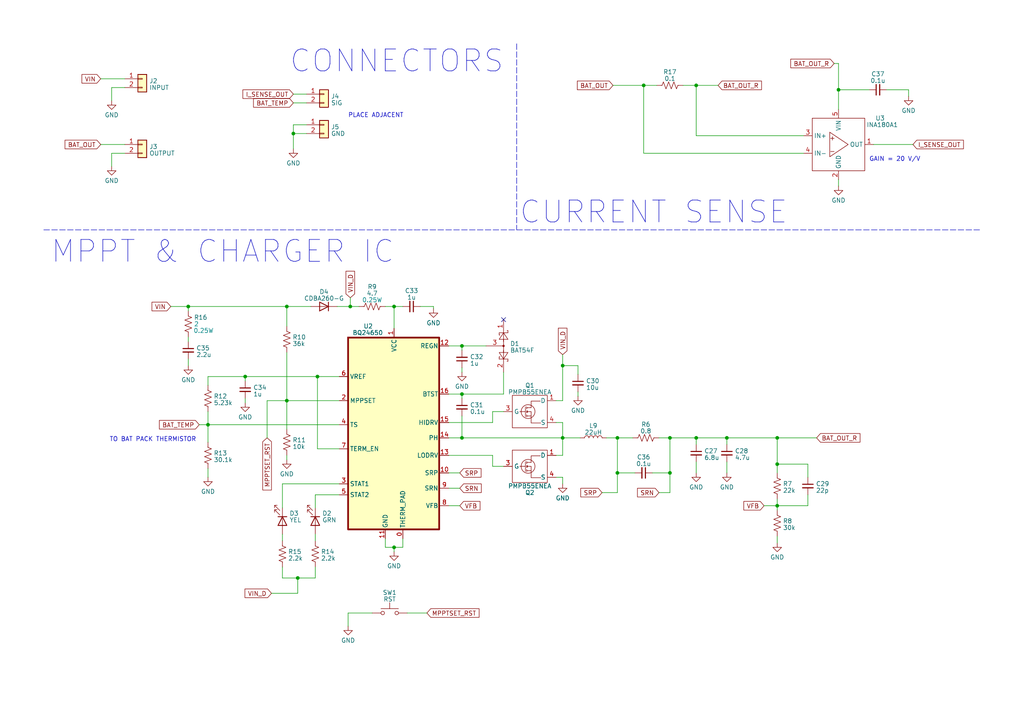
<source format=kicad_sch>
(kicad_sch (version 20230121) (generator eeschema)
  (paper "A4")
  (title_block (title "BQ24650 Development Board") (date "12/3/2023") (rev "v1.0") (company "SOUTH CASCADE CONTRACTING LLC"))
  (lib_symbols
    (symbol "BQ2450:BQ2450"
      (property "Reference" "U2" (at 6.096 33.274 0))
      (property "Value" "BQ24650" (at 3.048 31.242 0))
      (symbol "BQ2450_1_1"
        (rectangle (start -13.335 29.718) (end 13.081 -25.908) (stroke (width 0.508)) (fill (type color) (color 255 255 194 1)))
        (pin power_in line (at 2.54 -28.575 90) (length 2.54) (name "THERM_PAD") (number "0"))
        (pin power_in line (at 0 32.385 270) (length 2.54) (name "VCC") (number "1"))
        (pin input line (at 15.875 -9.525 180) (length 2.54) (name "SRP") (number "10"))
        (pin power_in line (at -2.54 -28.575 90) (length 2.54) (name "GND") (number "11"))
        (pin power_in line (at 15.875 27.305 180) (length 2.54) (name "REGN") (number "12"))
        (pin output line (at 15.875 -4.445 180) (length 2.54) (name "LODRV") (number "13"))
        (pin power_out line (at 15.875 0.635 180) (length 2.54) (name "PH") (number "14"))
        (pin output line (at 15.875 5.08 180) (length 2.54) (name "HIDRV") (number "15"))
        (pin power_in line (at 15.875 13.335 180) (length 2.54) (name "BTST") (number "16"))
        (pin input line (at -15.875 11.43 0) (length 2.54) (name "MPPSET") (number "2"))
        (pin output line (at -15.875 -12.7 0) (length 2.54) (name "STAT1") (number "3"))
        (pin input line (at -15.875 4.445 0) (length 2.54) (name "TS") (number "4"))
        (pin output line (at -15.875 -15.875 0) (length 2.54) (name "STAT2") (number "5"))
        (pin power_in line (at -15.875 18.415 0) (length 2.54) (name "VREF") (number "6"))
        (pin input line (at -15.875 -2.54 0) (length 2.54) (name "TERM_EN") (number "7"))
        (pin input line (at 15.875 -19.05 180) (length 2.54) (name "VFB") (number "8"))
        (pin input line (at 15.875 -13.97 180) (length 2.54) (name "SRN") (number "9"))
      )
    )
    (symbol "BQ2450:PMPB55ENEA"
      (property "Reference" "Q2" (at 0 7.5819 0))
      (property "Value" "PMN280ENEA" (at 0 5.6609 0))
      (symbol "PMPB55ENEA_0_1"
        (polyline (pts (xy -0.889 -1.27) (xy 0.381 -1.27)))
        (polyline (pts (xy -0.889 -0.889) (xy -0.889 -1.524)))
        (polyline (pts (xy -0.889 0) (xy -0.635 -0.254)))
        (polyline (pts (xy -0.889 0) (xy -0.635 0.254)))
        (polyline (pts (xy -0.889 0.254) (xy -0.889 -0.381)))
        (polyline (pts (xy -0.889 1.143) (xy 0.381 1.143)))
        (polyline (pts (xy -0.889 1.397) (xy -0.889 0.762)))
        (polyline (pts (xy 0.381 1.143) (xy 0.381 3.048) (xy 3.048 3.048)))
        (polyline (pts (xy -2.921 0) (xy -1.27 0) (xy -1.27 1.397) (xy -1.27 -1.524)))
        (polyline (pts (xy -0.889 0) (xy 0.381 0) (xy 0.381 -3.302) (xy 3.175 -3.302)))
      )
      (symbol "PMPB55ENEA_1_1"
        (rectangle (start -5.08 4.699) (end 5.08 -4.699))
        (circle (center -0.508 0) (radius 2.008))
        (pin input line (at 7.62 3.175 180) (length 2.54) (name "D") (number "1"))
        (pin input line (at 7.62 3.175 180) (length 2.54) hide (name "D") (number "2"))
        (pin input line (at -7.62 0 0) (length 2.54) (name "G") (number "3"))
        (pin input line (at 7.62 -3.175 180) (length 2.54) (name "S") (number "4"))
        (pin input line (at 7.62 3.175 180) (length 2.54) hide (name "D") (number "5"))
        (pin input line (at 7.62 3.175 180) (length 2.54) hide (name "D") (number "6"))
        (pin input line (at 7.62 3.175 180) (length 2.54) hide (name "D") (number "7"))
        (pin input line (at 7.62 -3.175 180) (length 2.54) hide (name "S") (number "8"))
      )
    )
    (symbol "Connector_Generic:Conn_01x02" (pin_names (offset 1.016) hide)
      (property "Reference" "J" (at 0 2.54 0))
      (property "Value" "Conn_01x02" (at 0 -5.08 0))
      (symbol "Conn_01x02_1_1"
        (rectangle (start -1.27 -2.413) (end 0 -2.667) (stroke (width 0.1524)))
        (rectangle (start -1.27 0.127) (end 0 -0.127) (stroke (width 0.1524)))
        (rectangle (start -1.27 1.27) (end 1.27 -3.81) (stroke (width 0.254)) (fill (type background)))
        (pin passive line (at -5.08 0 0) (length 3.81) (name "Pin_1") (number "1"))
        (pin passive line (at -5.08 -2.54 0) (length 3.81) (name "Pin_2") (number "2"))
      )
    )
    (symbol "Device:C_Small" (pin_numbers hide) (pin_names (offset 0.254) hide)
      (property "Reference" "C" (at 0.254 1.778 0))
      (property "Value" "C_Small" (at 0.254 -2.032 0))
      (symbol "C_Small_0_1"
        (polyline (pts (xy -1.524 -0.508) (xy 1.524 -0.508)) (stroke (width 0.3302)))
        (polyline (pts (xy -1.524 0.508) (xy 1.524 0.508)) (stroke (width 0.3048)))
      )
      (symbol "C_Small_1_1"
        (pin passive line (at 0 2.54 270) (length 2.032) (name "~") (number "1"))
        (pin passive line (at 0 -2.54 90) (length 2.032) (name "~") (number "2"))
      )
    )
    (symbol "Device:D" (pin_numbers hide) (pin_names (offset 1.016) hide)
      (property "Reference" "D" (at 0 2.54 0))
      (property "Value" "D" (at 0 -2.54 0))
      (symbol "D_0_1"
        (polyline (pts (xy -1.27 1.27) (xy -1.27 -1.27)) (stroke (width 0.254)))
        (polyline (pts (xy 1.27 0) (xy -1.27 0)))
        (polyline (pts (xy 1.27 1.27) (xy 1.27 -1.27) (xy -1.27 0) (xy 1.27 1.27)) (stroke (width 0.254)))
      )
      (symbol "D_1_1"
        (pin passive line (at -3.81 0 0) (length 2.54) (name "K") (number "1"))
        (pin passive line (at 3.81 0 180) (length 2.54) (name "A") (number "2"))
      )
    )
    (symbol "Device:L" (pin_numbers hide) (pin_names (offset 1.016) hide)
      (property "Reference" "L" (at -1.27 0 90))
      (property "Value" "L" (at 1.905 0 90))
      (symbol "L_0_1"
        (arc (start 0 -2.54) (mid 0.6323 -1.905) (end 0 -1.27))
        (arc (start 0 -1.27) (mid 0.6323 -0.635) (end 0 0))
        (arc (start 0 0) (mid 0.6323 0.635) (end 0 1.27))
        (arc (start 0 1.27) (mid 0.6323 1.905) (end 0 2.54))
      )
      (symbol "L_1_1"
        (pin passive line (at 0 3.81 270) (length 1.27) (name "1") (number "1"))
        (pin passive line (at 0 -3.81 90) (length 1.27) (name "2") (number "2"))
      )
    )
    (symbol "Device:LED" (pin_numbers hide) (pin_names (offset 1.016) hide)
      (property "Reference" "D" (at 0 2.54 0))
      (property "Value" "LED" (at 0 -2.54 0))
      (symbol "LED_0_1"
        (polyline (pts (xy -1.27 -1.27) (xy -1.27 1.27)) (stroke (width 0.254)))
        (polyline (pts (xy -1.27 0) (xy 1.27 0)))
        (polyline (pts (xy 1.27 -1.27) (xy 1.27 1.27) (xy -1.27 0) (xy 1.27 -1.27)) (stroke (width 0.254)))
        (polyline (pts (xy -3.048 -0.762) (xy -4.572 -2.286) (xy -3.81 -2.286) (xy -4.572 -2.286) (xy -4.572 -1.524)))
        (polyline (pts (xy -1.778 -0.762) (xy -3.302 -2.286) (xy -2.54 -2.286) (xy -3.302 -2.286) (xy -3.302 -1.524)))
      )
      (symbol "LED_1_1"
        (pin passive line (at -3.81 0 0) (length 2.54) (name "K") (number "1"))
        (pin passive line (at 3.81 0 180) (length 2.54) (name "A") (number "2"))
      )
    )
    (symbol "Device:R_US" (pin_numbers hide) (pin_names (offset 0))
      (property "Reference" "R" (at 2.54 0 90))
      (property "Value" "R_US" (at -2.54 0 90))
      (symbol "R_US_0_1"
        (polyline (pts (xy 0 -2.286) (xy 0 -2.54)))
        (polyline (pts (xy 0 2.286) (xy 0 2.54)))
        (polyline (pts (xy 0 -0.762) (xy 1.016 -1.143) (xy 0 -1.524) (xy -1.016 -1.905) (xy 0 -2.286)))
        (polyline (pts (xy 0 0.762) (xy 1.016 0.381) (xy 0 0) (xy -1.016 -0.381) (xy 0 -0.762)))
        (polyline (pts (xy 0 2.286) (xy 1.016 1.905) (xy 0 1.524) (xy -1.016 1.143) (xy 0 0.762)))
      )
      (symbol "R_US_1_1"
        (pin passive line (at 0 3.81 270) (length 1.27) (name "~") (number "1"))
        (pin passive line (at 0 -3.81 90) (length 1.27) (name "~") (number "2"))
      )
    )
    (symbol "Diode:BAT54A" (pin_names (offset 1.016))
      (property "Reference" "D" (at 0.635 -3.81 0))
      (property "Value" "BAT54A" (at -6.35 3.175 0))
      (symbol "BAT54A_0_1"
        (polyline (pts (xy -4.445 1.27) (xy -4.445 1.016)))
        (polyline (pts (xy -3.81 -1.27) (xy -3.81 1.27)))
        (polyline (pts (xy -3.81 -1.27) (xy -3.175 -1.27)))
        (polyline (pts (xy -3.81 0) (xy -1.27 0)))
        (polyline (pts (xy -3.81 1.27) (xy -4.445 1.27)))
        (polyline (pts (xy -3.175 -1.27) (xy -3.175 -1.016)))
        (polyline (pts (xy -1.905 0) (xy 1.905 0)))
        (polyline (pts (xy 1.27 0) (xy 3.81 0)))
        (polyline (pts (xy 3.175 -1.27) (xy 3.175 -1.016)))
        (polyline (pts (xy 3.81 -1.27) (xy 3.175 -1.27)))
        (polyline (pts (xy 3.81 -1.27) (xy 3.81 1.27)))
        (polyline (pts (xy 3.81 1.27) (xy 4.445 1.27)))
        (polyline (pts (xy 4.445 1.27) (xy 4.445 1.016)))
        (polyline (pts (xy -1.905 1.27) (xy -1.905 -1.27) (xy -3.81 0) (xy -1.905 1.27)))
        (polyline (pts (xy 1.905 1.27) (xy 1.905 -1.27) (xy 3.81 0) (xy 1.905 1.27)))
        (circle (center 0 0) (radius 0.254) (fill (type outline)))
      )
      (symbol "BAT54A_1_1"
        (pin passive line (at -7.62 0 0) (length 3.81) (name "~") (number "1"))
        (pin passive line (at 7.62 0 180) (length 3.81) (name "~") (number "2"))
        (pin passive line (at 0 -5.08 90) (length 5.08) (name "~") (number "3"))
      )
    )
    (symbol "PMPB55ENEA_1"
      (property "Reference" "Q1" (at 0 7.5819 0))
      (property "Value" "PMN280ENEA" (at 0 5.6609 0))
      (symbol "PMPB55ENEA_1_0_1"
        (polyline (pts (xy -0.889 -1.27) (xy 0.381 -1.27)))
        (polyline (pts (xy -0.889 -0.889) (xy -0.889 -1.524)))
        (polyline (pts (xy -0.889 0) (xy -0.635 -0.254)))
        (polyline (pts (xy -0.889 0) (xy -0.635 0.254)))
        (polyline (pts (xy -0.889 0.254) (xy -0.889 -0.381)))
        (polyline (pts (xy -0.889 1.143) (xy 0.381 1.143)))
        (polyline (pts (xy -0.889 1.397) (xy -0.889 0.762)))
        (polyline (pts (xy 0.381 1.143) (xy 0.381 3.048) (xy 3.048 3.048)))
        (polyline (pts (xy -2.921 0) (xy -1.27 0) (xy -1.27 1.397) (xy -1.27 -1.524)))
        (polyline (pts (xy -0.889 0) (xy 0.381 0) (xy 0.381 -3.302) (xy 3.175 -3.302)))
      )
      (symbol "PMPB55ENEA_1_1_1"
        (rectangle (start -5.08 4.699) (end 5.08 -4.699))
        (circle (center -0.508 0) (radius 2.008))
        (pin input line (at 7.62 3.175 180) (length 2.54) (name "D") (number "1"))
        (pin input line (at 7.62 3.175 180) (length 2.54) hide (name "D") (number "2"))
        (pin input line (at -7.62 0 0) (length 2.54) (name "G") (number "3"))
        (pin input line (at 7.62 -3.175 180) (length 2.54) (name "S") (number "4"))
        (pin input line (at 7.62 3.175 180) (length 2.54) hide (name "D") (number "5"))
        (pin input line (at 7.62 3.175 180) (length 2.54) hide (name "D") (number "6"))
        (pin input line (at 7.62 3.175 180) (length 2.54) hide (name "D") (number "7"))
        (pin input line (at 7.62 -3.175 180) (length 2.54) hide (name "S") (number "8"))
      )
    )
    (symbol "Switch:SW_Push" (pin_numbers hide) (pin_names (offset 1.016) hide)
      (property "Reference" "SW" (at 1.27 2.54 0))
      (property "Value" "SW_Push" (at 0 -1.524 0))
      (symbol "SW_Push_0_1"
        (circle (center -2.032 0) (radius 0.508))
        (polyline (pts (xy 0 1.27) (xy 0 3.048)))
        (polyline (pts (xy 2.54 1.27) (xy -2.54 1.27)))
        (circle (center 2.032 0) (radius 0.508))
        (pin passive line (at -5.08 0 0) (length 2.54) (name "1") (number "1"))
        (pin passive line (at 5.08 0 180) (length 2.54) (name "2") (number "2"))
      )
    )
    (symbol "TI_Custom:INA180A1IDBVR"
      (property "Reference" "U" (at -12.7 7.62 0))
      (property "Value" "INA180A1" (at -12.7 5.08 0))
      (symbol "INA180A1IDBVR_0_1"
        (rectangle (start -5.08 7.62) (end 10.16 -7.62))
        (polyline (pts (xy 0.254 -2.032) (xy 1.27 -2.032)))
        (polyline (pts (xy 0.254 1.778) (xy 1.27 1.778)))
        (polyline (pts (xy 0.762 2.032) (xy 0.762 1.27)))
        (polyline (pts (xy 0.762 2.032) (xy 0.762 2.286)))
        (polyline (pts (xy 0 3.556) (xy 0 -3.556) (xy 5.334 0) (xy 0 3.556)))
      )
      (symbol "INA180A1IDBVR_1_1"
        (pin output line (at 12.7 0 180) (length 2.54) (name "OUT") (number "1"))
        (pin output line (at 2.54 -10.16 90) (length 2.54) (name "GND") (number "2"))
        (pin input line (at -7.62 2.54 0) (length 2.54) (name "IN+") (number "3"))
        (pin input line (at -7.62 -2.54 0) (length 2.54) (name "IN-") (number "4"))
        (pin output line (at 2.54 10.16 270) (length 2.54) (name "VIN") (number "5"))
      )
    )
    (symbol "power:GND" (power) (pin_names (offset 0))
      (property "Value" "GND" (at 0 -3.81 0))
      (symbol "GND_0_1"
        (polyline (pts (xy 0 0) (xy 0 -1.27) (xy 1.27 -1.27) (xy 0 -2.54) (xy -1.27 -1.27) (xy 0 -1.27)))
      )
      (symbol "GND_1_1"
        (pin power_in line (at 0 0 270) (length 0) hide (name "GND") (number "1"))
      )
    )
  )
  (junction (at 133.985 114.3))
  (junction (at 163.195 127))
  (junction (at 133.985 100.33))
  (junction (at 225.425 134.62))
  (junction (at 92.075 109.22))
  (junction (at 85.09 38.735))
  (junction (at 186.69 24.765))
  (junction (at 163.195 106.045))
  (junction (at 114.3 158.75))
  (junction (at 133.985 127))
  (junction (at 210.82 127))
  (junction (at 114.3 88.9))
  (junction (at 243.205 26.035))
  (junction (at 54.61 88.9))
  (junction (at 86.36 167.64))
  (junction (at 194.31 137.16))
  (junction (at 225.425 146.685))
  (junction (at 101.6 88.9))
  (junction (at 60.325 123.19))
  (junction (at 179.07 127))
  (junction (at 201.93 127))
  (junction (at 201.93 24.765))
  (junction (at 83.185 88.9))
  (junction (at 71.12 109.22))
  (junction (at 83.185 116.205))
  (junction (at 179.07 137.16))
  (junction (at 194.31 127))
  (junction (at 225.425 127))
  (no_connect (at 146.05 92.71))
  (wire (pts (xy 54.61 104.14) (xy 54.61 106.045)))
  (wire (pts (xy 186.69 44.45) (xy 186.69 24.765)))
  (wire (pts (xy 161.29 122.555) (xy 163.195 122.555)))
  (wire (pts (xy 191.135 127) (xy 194.31 127)))
  (wire (pts (xy 201.93 24.765) (xy 208.28 24.765)))
  (wire (pts (xy 234.315 134.62) (xy 234.315 138.43)))
  (wire (pts (xy 85.09 38.735) (xy 85.09 43.18)))
  (wire (pts (xy 125.73 88.9) (xy 125.73 89.535)))
  (wire (pts (xy 121.92 88.9) (xy 125.73 88.9)))
  (polyline (pts (xy 149.86 12.7) (xy 149.86 66.675)) (stroke (width 0) (type dash)))
  (wire (pts (xy 54.61 88.9) (xy 54.61 90.17)))
  (wire (pts (xy 146.05 114.3) (xy 133.985 114.3)))
  (wire (pts (xy 142.875 122.555) (xy 130.175 122.555)))
  (wire (pts (xy 146.05 107.95) (xy 146.05 114.3)))
  (wire (pts (xy 163.195 127) (xy 163.195 132.08)))
  (wire (pts (xy 111.76 88.9) (xy 114.3 88.9)))
  (wire (pts (xy 174.625 142.875) (xy 179.07 142.875)))
  (wire (pts (xy 142.875 119.38) (xy 142.875 122.555)))
  (wire (pts (xy 60.325 119.38) (xy 60.325 123.19)))
  (wire (pts (xy 142.875 132.08) (xy 142.875 135.255)))
  (wire (pts (xy 163.195 132.08) (xy 161.29 132.08)))
  (wire (pts (xy 133.985 100.33) (xy 140.97 100.33)))
  (wire (pts (xy 194.31 127) (xy 194.31 137.16)))
  (wire (pts (xy 85.09 36.195) (xy 85.09 38.735)))
  (wire (pts (xy 98.425 143.51) (xy 91.44 143.51)))
  (wire (pts (xy 81.915 154.94) (xy 81.915 156.845)))
  (wire (pts (xy 130.175 146.685) (xy 133.35 146.685)))
  (wire (pts (xy 133.985 106.68) (xy 133.985 107.95)))
  (wire (pts (xy 263.525 26.035) (xy 263.525 27.94)))
  (wire (pts (xy 71.12 115.57) (xy 71.12 116.84)))
  (wire (pts (xy 118.11 177.8) (xy 123.825 177.8)))
  (wire (pts (xy 91.44 154.94) (xy 91.44 156.845)))
  (wire (pts (xy 186.69 24.765) (xy 190.5 24.765)))
  (polyline (pts (xy 12.7 66.675) (xy 284.48 66.675)) (stroke (width 0) (type dash)))
  (wire (pts (xy 57.785 123.19) (xy 60.325 123.19)))
  (wire (pts (xy 133.985 127) (xy 163.195 127)))
  (wire (pts (xy 85.09 29.845) (xy 88.9 29.845)))
  (wire (pts (xy 85.09 27.305) (xy 88.9 27.305)))
  (wire (pts (xy 161.29 116.205) (xy 163.195 116.205)))
  (wire (pts (xy 130.175 127) (xy 133.985 127)))
  (wire (pts (xy 225.425 127) (xy 225.425 134.62)))
  (wire (pts (xy 241.935 18.415) (xy 243.205 18.415)))
  (wire (pts (xy 243.205 26.035) (xy 243.205 31.75)))
  (wire (pts (xy 163.195 127) (xy 168.275 127)))
  (wire (pts (xy 234.315 143.51) (xy 234.315 146.685)))
  (wire (pts (xy 257.175 26.035) (xy 263.525 26.035)))
  (wire (pts (xy 225.425 134.62) (xy 225.425 137.16)))
  (wire (pts (xy 161.29 138.43) (xy 163.195 138.43)))
  (wire (pts (xy 98.425 130.175) (xy 92.075 130.175)))
  (wire (pts (xy 32.385 44.45) (xy 32.385 48.26)))
  (wire (pts (xy 167.64 108.585) (xy 167.64 106.045)))
  (wire (pts (xy 163.195 106.045) (xy 163.195 116.205)))
  (wire (pts (xy 36.195 44.45) (xy 32.385 44.45)))
  (wire (pts (xy 100.965 177.8) (xy 100.965 181.61)))
  (wire (pts (xy 107.95 177.8) (xy 100.965 177.8)))
  (wire (pts (xy 210.82 127) (xy 225.425 127)))
  (wire (pts (xy 114.3 158.75) (xy 116.84 158.75)))
  (wire (pts (xy 179.07 137.16) (xy 184.15 137.16)))
  (wire (pts (xy 36.195 25.4) (xy 32.385 25.4)))
  (wire (pts (xy 83.185 102.235) (xy 83.185 116.205)))
  (wire (pts (xy 60.325 123.19) (xy 60.325 128.27)))
  (wire (pts (xy 130.175 132.08) (xy 142.875 132.08)))
  (wire (pts (xy 175.895 127) (xy 179.07 127)))
  (wire (pts (xy 81.915 140.335) (xy 81.915 147.32)))
  (wire (pts (xy 225.425 155.575) (xy 225.425 157.48)))
  (wire (pts (xy 114.3 88.9) (xy 116.84 88.9)))
  (wire (pts (xy 179.07 127) (xy 183.515 127)))
  (wire (pts (xy 29.21 41.91) (xy 36.195 41.91)))
  (wire (pts (xy 243.205 52.07) (xy 243.205 53.975)))
  (wire (pts (xy 60.325 109.22) (xy 60.325 111.76)))
  (wire (pts (xy 243.205 26.035) (xy 252.095 26.035)))
  (wire (pts (xy 83.185 88.9) (xy 83.185 94.615)))
  (wire (pts (xy 130.175 100.33) (xy 133.985 100.33)))
  (wire (pts (xy 221.615 146.685) (xy 225.425 146.685)))
  (wire (pts (xy 49.53 88.9) (xy 54.61 88.9)))
  (wire (pts (xy 101.6 86.36) (xy 101.6 88.9)))
  (wire (pts (xy 130.175 114.3) (xy 133.985 114.3)))
  (wire (pts (xy 60.325 135.89) (xy 60.325 138.43)))
  (wire (pts (xy 71.12 109.22) (xy 71.12 110.49)))
  (wire (pts (xy 91.44 164.465) (xy 91.44 167.64)))
  (wire (pts (xy 201.93 127) (xy 201.93 128.905)))
  (wire (pts (xy 167.64 106.045) (xy 163.195 106.045)))
  (wire (pts (xy 54.61 97.79) (xy 54.61 99.06)))
  (wire (pts (xy 179.07 137.16) (xy 179.07 142.875)))
  (wire (pts (xy 142.875 119.38) (xy 146.05 119.38)))
  (wire (pts (xy 101.6 88.9) (xy 104.14 88.9)))
  (wire (pts (xy 83.185 116.205) (xy 83.185 124.46)))
  (wire (pts (xy 201.93 127) (xy 210.82 127)))
  (wire (pts (xy 225.425 127) (xy 236.855 127)))
  (wire (pts (xy 91.44 167.64) (xy 86.36 167.64)))
  (wire (pts (xy 243.205 18.415) (xy 243.205 26.035)))
  (wire (pts (xy 92.075 109.22) (xy 98.425 109.22)))
  (wire (pts (xy 116.84 158.75) (xy 116.84 156.21)))
  (wire (pts (xy 111.76 156.21) (xy 111.76 158.75)))
  (wire (pts (xy 81.915 164.465) (xy 81.915 167.64)))
  (wire (pts (xy 91.44 143.51) (xy 91.44 147.32)))
  (wire (pts (xy 60.325 109.22) (xy 71.12 109.22)))
  (wire (pts (xy 133.985 100.33) (xy 133.985 101.6)))
  (wire (pts (xy 210.82 127) (xy 210.82 128.905)))
  (wire (pts (xy 130.175 137.16) (xy 133.35 137.16)))
  (wire (pts (xy 233.045 39.37) (xy 201.93 39.37)))
  (wire (pts (xy 133.985 120.65) (xy 133.985 127)))
  (wire (pts (xy 194.31 137.16) (xy 194.31 142.875)))
  (wire (pts (xy 78.74 172.085) (xy 86.36 172.085)))
  (wire (pts (xy 54.61 88.9) (xy 83.185 88.9)))
  (wire (pts (xy 225.425 144.78) (xy 225.425 146.685)))
  (wire (pts (xy 201.93 39.37) (xy 201.93 24.765)))
  (wire (pts (xy 191.135 142.875) (xy 194.31 142.875)))
  (wire (pts (xy 163.195 102.87) (xy 163.195 106.045)))
  (wire (pts (xy 86.36 167.64) (xy 86.36 172.085)))
  (wire (pts (xy 177.8 24.765) (xy 186.69 24.765)))
  (wire (pts (xy 92.075 130.175) (xy 92.075 109.22)))
  (wire (pts (xy 114.3 88.9) (xy 114.3 95.25)))
  (wire (pts (xy 77.47 116.205) (xy 83.185 116.205)))
  (wire (pts (xy 253.365 41.91) (xy 264.795 41.91)))
  (wire (pts (xy 198.12 24.765) (xy 201.93 24.765)))
  (wire (pts (xy 83.185 88.9) (xy 90.17 88.9)))
  (wire (pts (xy 142.875 135.255) (xy 146.05 135.255)))
  (wire (pts (xy 85.09 38.735) (xy 88.9 38.735)))
  (wire (pts (xy 77.47 127) (xy 77.47 116.205)))
  (wire (pts (xy 83.185 116.205) (xy 98.425 116.205)))
  (wire (pts (xy 114.3 158.75) (xy 114.3 160.02)))
  (wire (pts (xy 32.385 25.4) (xy 32.385 29.21)))
  (wire (pts (xy 86.36 167.64) (xy 81.915 167.64)))
  (wire (pts (xy 234.315 146.685) (xy 225.425 146.685)))
  (wire (pts (xy 88.9 36.195) (xy 85.09 36.195)))
  (wire (pts (xy 201.93 133.985) (xy 201.93 137.16)))
  (wire (pts (xy 133.985 114.3) (xy 133.985 115.57)))
  (wire (pts (xy 97.79 88.9) (xy 101.6 88.9)))
  (wire (pts (xy 83.185 132.08) (xy 83.185 133.35)))
  (wire (pts (xy 130.175 141.605) (xy 133.35 141.605)))
  (wire (pts (xy 225.425 134.62) (xy 234.315 134.62)))
  (wire (pts (xy 71.12 109.22) (xy 92.075 109.22)))
  (wire (pts (xy 179.07 127) (xy 179.07 137.16)))
  (wire (pts (xy 111.76 158.75) (xy 114.3 158.75)))
  (wire (pts (xy 98.425 140.335) (xy 81.915 140.335)))
  (wire (pts (xy 29.21 22.86) (xy 36.195 22.86)))
  (wire (pts (xy 194.31 127) (xy 201.93 127)))
  (wire (pts (xy 163.195 122.555) (xy 163.195 127)))
  (wire (pts (xy 60.325 123.19) (xy 98.425 123.19)))
  (wire (pts (xy 189.23 137.16) (xy 194.31 137.16)))
  (wire (pts (xy 233.045 44.45) (xy 186.69 44.45)))
  (wire (pts (xy 225.425 146.685) (xy 225.425 147.955)))
  (wire (pts (xy 163.195 138.43) (xy 163.195 140.335)))
  (wire (pts (xy 210.82 133.985) (xy 210.82 137.16)))
  (wire (pts (xy 167.64 113.665) (xy 167.64 114.935)))
  (text "MPPT & CHARGER IC\n" (at 14.605 76.835 0) (effects (font (size 6.35 6.35)) (justify left bottom)))
  (text "PLACE ADJACENT\n" (at 100.965 34.29 0) (effects (font (size 1.27 1.27)) (justify left bottom)))
  (text "GAIN = 20 V/V" (at 252.095 46.99 0) (effects (font (size 1.27 1.27)) (justify left bottom)))
  (text "CURRENT SENSE" (at 150.495 65.405 0) (effects (font (size 6.35 6.35)) (justify left bottom)))
  (text "CONNECTORS" (at 83.82 21.59 0) (effects (font (size 6.35 6.35)) (justify left bottom)))
  (text "TO BAT PACK THERMISTOR" (at 31.75 128.27 0) (effects (font (size 1.27 1.27)) (justify left bottom)))
  (global_label "BAT_TEMP" (shape input) (at 85.09 29.845 180) (property "Intersheetrefs" "${INTERSHEET_REFS}" (effects hide)))
  (global_label "VIN_D" (shape input) (at 101.6 86.36 90) (property "Intersheetrefs" "${INTERSHEET_REFS}" (effects hide)))
  (global_label "BAT_OUT" (shape input) (at 177.8 24.765 180) (property "Intersheetrefs" "${INTERSHEET_REFS}" (effects hide)))
  (global_label "SRN" (shape input) (at 191.135 142.875 180) (property "Intersheetrefs" "${INTERSHEET_REFS}" (effects hide)))
  (global_label "VIN" (shape input) (at 49.53 88.9 180) (property "Intersheetrefs" "${INTERSHEET_REFS}" (effects hide)))
  (global_label "BAT_OUT_R" (shape input) (at 236.855 127 0) (property "Intersheetrefs" "${INTERSHEET_REFS}" (effects hide)))
  (global_label "VIN_D" (shape input) (at 163.195 102.87 90) (property "Intersheetrefs" "${INTERSHEET_REFS}" (effects hide)))
  (global_label "BAT_OUT_R" (shape input) (at 241.935 18.415 180) (property "Intersheetrefs" "${INTERSHEET_REFS}" (effects hide)))
  (global_label "SRP" (shape input) (at 133.35 137.16 0) (property "Intersheetrefs" "${INTERSHEET_REFS}" (effects hide)))
  (global_label "MPPTSET_RST" (shape input) (at 123.825 177.8 0) (property "Intersheetrefs" "${INTERSHEET_REFS}" (effects hide)))
  (global_label "BAT_TEMP" (shape input) (at 57.785 123.19 180) (property "Intersheetrefs" "${INTERSHEET_REFS}" (effects hide)))
  (global_label "SRP" (shape input) (at 174.625 142.875 180) (property "Intersheetrefs" "${INTERSHEET_REFS}" (effects hide)))
  (global_label "VIN" (shape input) (at 29.21 22.86 180) (property "Intersheetrefs" "${INTERSHEET_REFS}" (effects hide)))
  (global_label "VFB" (shape input) (at 133.35 146.685 0) (property "Intersheetrefs" "${INTERSHEET_REFS}" (effects hide)))
  (global_label "SRN" (shape input) (at 133.35 141.605 0) (property "Intersheetrefs" "${INTERSHEET_REFS}" (effects hide)))
  (global_label "VFB" (shape input) (at 221.615 146.685 180) (property "Intersheetrefs" "${INTERSHEET_REFS}" (effects hide)))
  (global_label "VIN_D" (shape input) (at 78.74 172.085 180) (property "Intersheetrefs" "${INTERSHEET_REFS}" (effects hide)))
  (global_label "MPPTSET_RST" (shape input) (at 77.47 127 270) (property "Intersheetrefs" "${INTERSHEET_REFS}" (effects hide)))
  (global_label "BAT_OUT_R" (shape input) (at 208.28 24.765 0) (property "Intersheetrefs" "${INTERSHEET_REFS}" (effects hide)))
  (global_label "I_SENSE_OUT" (shape input) (at 264.795 41.91 0) (property "Intersheetrefs" "${INTERSHEET_REFS}" (effects hide)))
  (global_label "BAT_OUT" (shape input) (at 29.21 41.91 180) (property "Intersheetrefs" "${INTERSHEET_REFS}" (effects hide)))
  (global_label "I_SENSE_OUT" (shape input) (at 85.09 27.305 180) (property "Intersheetrefs" "${INTERSHEET_REFS}" (effects hide)))
  (symbol (lib_id "power:GND") (at 163.195 140.335 0) (unit 1)
    (property "Reference" "#PWR033" (effects hide))
    (property "Value" "GND" (at 163.195 144.4705 0))
  )
  (symbol (lib_id "power:GND") (at 32.385 48.26 0) (unit 1)
    (property "Reference" "#PWR037" (effects hide))
    (property "Value" "GND" (at 32.385 52.3955 0))
  )
  (symbol (lib_id "Connector_Generic:Conn_01x02") (at 41.275 41.91 0) (unit 1)
    (property "Reference" "J3" (at 43.307 42.5363 0) (effects (justify left)))
    (property "Value" "OUTPUT" (at 43.307 44.4573 0) (effects (justify left)))
    (property "Footprint" "Connector_Custom:InOut_Pads" (effects hide))
  )
  (symbol (lib_id "power:GND") (at 167.64 114.935 0) (unit 1)
    (property "Reference" "#PWR024" (effects hide))
    (property "Value" "GND" (at 167.64 119.0705 0))
  )
  (symbol (lib_id "Device:R_US") (at 194.31 24.765 90) (unit 1)
    (property "Reference" "R17" (at 194.31 20.8661 90))
    (property "Value" "0.1" (at 194.31 22.7871 90))
    (property "Footprint" "Resistor_SMD:R_0603_1608Metric" (effects hide))
    (property "Datasheet" "https://www.mouser.com/ProductDetail/Bourns/CRL0603-FW-R100ELF?qs=sGAEpiMZZMtlubZbdhIBIFx6EhAlX5MiB3dSRgfSKwI%3D" (effects hide))
  )
  (symbol (lib_id "power:GND") (at 83.185 133.35 0) (unit 1)
    (property "Reference" "#PWR030" (effects hide))
    (property "Value" "GND" (at 83.185 137.4855 0))
  )
  (symbol (lib_id "power:GND") (at 100.965 181.61 0) (unit 1)
    (property "Reference" "#PWR034" (effects hide))
    (property "Value" "GND" (at 100.965 185.7455 0))
  )
  (symbol (lib_id "Device:R_US") (at 187.325 127 90) (unit 1)
    (property "Reference" "R6" (at 187.325 123.1011 90))
    (property "Value" "0.8" (at 187.325 125.0221 90))
    (property "Footprint" "Resistor_SMD:R_1206_3216Metric" (effects hide))
  )
  (symbol (lib_id "Device:LED") (at 91.44 151.13 270) (unit 1)
    (property "Reference" "D2" (at 93.472 148.8988 90) (effects (justify left)))
    (property "Value" "GRN" (at 93.472 150.8198 90) (effects (justify left)))
    (property "Footprint" "LED_Custom:MSAST105SB5104KFNA01" (effects hide))
    (property "Datasheet" "https://www.mouser.com/ProductDetail/Wurth-Elektronik/150060YS75000?qs=LlUlMxKIyB0nKmwefHgtZw%3D%3D" (effects hide))
  )
  (symbol (lib_id "BQ2450:PMPB55ENEA") (at 153.67 135.255 0) (unit 1)
    (property "Reference" "Q2" (at 153.67 142.875 0))
    (property "Value" "PMPB55ENEA" (at 153.67 140.97 0))
    (property "Footprint" "MOSFETs:PMPB55ENEA" (effects hide))
    (property "Datasheet" "https://www.mouser.com/datasheet/2/916/PMPB55ENEA-1539754.pdf" (effects hide))
  )
  (symbol (lib_id "Device:R_US") (at 225.425 140.97 180) (unit 1)
    (property "Reference" "R7" (at 227.076 140.3263 0) (effects (justify right)))
    (property "Value" "22k" (at 227.076 142.2473 0) (effects (justify right)))
    (property "Footprint" "Resistor_SMD:R_0402_1005Metric_Pad0.72x0.64mm_HandSolder" (effects hide))
    (property "Datasheet" "https://www.mouser.com/ProductDetail/Walsin/WR04X2202FTL?qs=sGAEpiMZZMtlubZbdhIBIFle1v8UTW4VO0hcqjKoLYU%3D" (effects hide))
  )
  (symbol (lib_id "Device:C_Small") (at 167.64 111.125 0) (unit 1)
    (property "Reference" "C30" (at 169.9641 110.4876 0) (effects (justify left)))
    (property "Value" "10u" (at 169.9641 112.4086 0) (effects (justify left)))
    (property "Footprint" "Capacitor_SMD:C_0603_1608Metric" (effects hide))
    (property "Datasheet" "https://www.mouser.com/ProductDetail/Murata-Electronics/GRM21BR61E106KA73K?qs=hNud%2FORuBR1gmy53p902Zw%3D%3D" (effects hide))
  )
  (symbol (lib_id "power:GND") (at 210.82 137.16 0) (unit 1)
    (property "Reference" "#PWR026" (effects hide))
    (property "Value" "GND" (at 210.82 141.2955 0))
  )
  (symbol (lib_id "Switch:SW_Push") (at 113.03 177.8 0) (unit 1)
    (property "Reference" "SW1" (at 113.03 171.8691 0))
    (property "Value" "RST" (at 113.03 173.7901 0))
    (property "Footprint" "Pushbutton:PTS636 SL43 SMTR LFS" (effects hide))
    (property "Datasheet" "https://www.mouser.com/datasheet/2/240/pts636-3051079.pdf" (effects hide))
    (property "Name" "PTS636 SL43 SMTR LFS" (effects hide))
    (instances (project "CC1200 Dev Board" (path "" (reference "SW1") (unit 1)) (path "" (reference "SW2") (unit 1))))
  )
  (symbol (lib_name "PMPB55ENEA_1") (lib_id "BQ2450:PMPB55ENEA") (at 153.67 119.38 0) (unit 1)
    (property "Reference" "Q1" (at 153.67 111.7981 0))
    (property "Value" "PMPB55ENEA" (at 153.67 113.7191 0))
    (property "Footprint" "MOSFETs:PMPB55ENEA" (effects hide))
    (property "Datasheet" "https://www.mouser.com/datasheet/2/916/PMPB55ENEA-1539754.pdf" (effects hide))
  )
  (symbol (lib_id "Device:LED") (at 81.915 151.13 270) (unit 1)
    (property "Reference" "D3" (at 83.947 148.8988 90) (effects (justify left)))
    (property "Value" "YEL" (at 83.947 150.8198 90) (effects (justify left)))
    (property "Footprint" "LED_Custom:MSAST105SB5104KFNA01" (effects hide))
    (property "Datasheet" "https://www.mouser.com/ProductDetail/Wurth-Elektronik/150060YS75000?qs=LlUlMxKIyB0nKmwefHgtZw%3D%3D" (effects hide))
  )
  (symbol (lib_id "power:GND") (at 114.3 160.02 0) (unit 1)
    (property "Reference" "#PWR025" (effects hide))
    (property "Value" "GND" (at 114.3 164.1555 0))
  )
  (symbol (lib_id "Connector_Generic:Conn_01x02") (at 93.98 27.305 0) (unit 1)
    (property "Reference" "J4" (at 96.012 27.9313 0) (effects (justify left)))
    (property "Value" "SIG" (at 96.012 29.8523 0) (effects (justify left)))
    (property "Footprint" "Connector_Custom:InOut_Pads" (effects hide))
  )
  (symbol (lib_id "power:GND") (at 201.93 137.16 0) (unit 1)
    (property "Reference" "#PWR018" (effects hide))
    (property "Value" "GND" (at 201.93 141.2955 0))
  )
  (symbol (lib_id "power:GND") (at 54.61 106.045 0) (unit 1)
    (property "Reference" "#PWR032" (effects hide))
    (property "Value" "GND" (at 54.61 110.1805 0))
  )
  (symbol (lib_id "power:GND") (at 263.525 27.94 0) (unit 1)
    (property "Reference" "#PWR036" (effects hide))
    (property "Value" "GND" (at 263.525 32.0755 0))
  )
  (symbol (lib_id "Device:L") (at 172.085 127 90) (unit 1)
    (property "Reference" "L9" (at 172.085 123.4847 90))
    (property "Value" "22uH" (at 172.085 125.4057 90))
    (property "Footprint" "Inductor_custom:SRR1005-220Y" (effects hide))
    (property "Datasheet" "https://www.mouser.com/datasheet/2/54/SRR1005-1391596.pdf" (effects hide))
    (property "Name" "SRR1005-220Y" (effects hide))
  )
  (symbol (lib_id "Device:R_US") (at 54.61 93.98 180) (unit 1)
    (property "Reference" "R16" (at 56.261 92.0663 0) (effects (justify right)))
    (property "Value" "2" (at 56.261 93.9873 0) (effects (justify right)))
    (property "Footprint" "Resistor_SMD:R_1206_3216Metric" (effects hide))
    (property "Datasheet" "https://www.mouser.com/ProductDetail/SEI-Stackpole/RMCF1206FT2R00?qs=sGAEpiMZZMtlubZbdhIBIFtUjlT065ui3jHeKj8ewGE%3D" (effects hide))
    (property "Power" "0.25W" (at 59.055 95.885 0))
  )
  (symbol (lib_id "Device:R_US") (at 83.185 98.425 180) (unit 1)
    (property "Reference" "R10" (at 84.836 97.7813 0) (effects (justify right)))
    (property "Value" "36k" (at 84.836 99.7023 0) (effects (justify right)))
    (property "Footprint" "Resistor_SMD:R_0402_1005Metric_Pad0.72x0.64mm_HandSolder" (effects hide))
    (property "Datasheet" "https://www.mouser.com/ProductDetail/Bourns/CR0402-FX-3602GLF?qs=sGAEpiMZZMvdGkrng054t%252BRNGJdg958RuHvSZxgYv%252Bw%3D" (effects hide))
  )
  (symbol (lib_id "power:GND") (at 71.12 116.84 0) (unit 1)
    (property "Reference" "#PWR031" (effects hide))
    (property "Value" "GND" (at 71.12 120.9755 0))
  )
  (symbol (lib_id "Device:R_US") (at 107.95 88.9 90) (unit 1)
    (property "Reference" "R9" (at 107.95 83.169 90))
    (property "Value" "4.7" (at 107.95 85.09 90))
    (property "Footprint" "Resistor_SMD:R_1206_3216Metric" (effects hide))
    (property "Datasheet" "https://www.mouser.com/ProductDetail/SEI-Stackpole/RMCF1206FT4R70?qs=sGAEpiMZZMtlubZbdhIBIFtUjlT065uiRDKzjsSVZdE%3D" (effects hide))
    (property "Power" "0.25W" (at 107.95 86.995 90))
  )
  (symbol (lib_id "Device:C_Small") (at 254.635 26.035 90) (unit 1)
    (property "Reference" "C37" (at 254.6413 21.463 90))
    (property "Value" "0.1u" (at 254.6413 23.384 90))
    (property "Footprint" "Capacitor_SMD:C_0402_1005Metric_Pad0.74x0.62mm_HandSolder" (effects hide))
    (property "Datasheet" "https://www.mouser.com/ProductDetail/TAIYO-YUDEN/MSAST105SB5104KFNA01?qs=sGAEpiMZZMuMW9TJLBQkXugdD5SwFUVxX7b%2F1PxaZOg%3D" (effects hide))
    (property "Name" "MSAST105SB5104KFNA01" (effects hide))
  )
  (symbol (lib_id "Device:R_US") (at 60.325 132.08 180) (unit 1)
    (property "Reference" "R13" (at 61.976 131.4363 0) (effects (justify right)))
    (property "Value" "30.1k" (at 61.976 133.3573 0) (effects (justify right)))
    (property "Footprint" "Resistor_SMD:R_0402_1005Metric_Pad0.72x0.64mm_HandSolder" (effects hide))
    (property "Datasheet" "https://www.mouser.com/ProductDetail/Bourns/CR0402-FX-3012GLF?qs=sGAEpiMZZMvdGkrng054t%252BRNGJdg958RlMmUJf3aUTY%3D" (effects hide))
  )
  (symbol (lib_id "Device:R_US") (at 225.425 151.765 180) (unit 1)
    (property "Reference" "R8" (at 227.076 151.1213 0) (effects (justify right)))
    (property "Value" "30k" (at 227.076 153.0423 0) (effects (justify right)))
    (property "Footprint" "Resistor_SMD:R_0402_1005Metric_Pad0.72x0.64mm_HandSolder" (effects hide))
    (property "Datasheet" "https://www.mouser.com/ProductDetail/Bourns/CR0402-FX-3002GLF?qs=sGAEpiMZZMtlubZbdhIBIF%252BreTk9eAArOdlhJqT7%2F8I%3D" (effects hide))
  )
  (symbol (lib_id "Device:C_Small") (at 133.985 118.11 0) (unit 1)
    (property "Reference" "C31" (at 136.3091 117.4726 0) (effects (justify left)))
    (property "Value" "0.1u" (at 136.3091 119.3936 0) (effects (justify left)))
    (property "Footprint" "Capacitor_SMD:C_0402_1005Metric_Pad0.74x0.62mm_HandSolder" (effects hide))
    (property "Datasheet" "https://www.mouser.com/ProductDetail/TAIYO-YUDEN/MSAST105SB5104KFNA01?qs=sGAEpiMZZMuMW9TJLBQkXugdD5SwFUVxX7b%2F1PxaZOg%3D" (effects hide))
    (property "Name" "MSAST105SB5104KFNA01" (effects hide))
  )
  (symbol (lib_id "Device:C_Small") (at 71.12 113.03 0) (unit 1)
    (property "Reference" "C34" (at 73.4441 112.3926 0) (effects (justify left)))
    (property "Value" "1u" (at 73.4441 114.3136 0) (effects (justify left)))
    (property "Footprint" "Capacitor_SMD:C_0402_1005Metric_Pad0.74x0.62mm_HandSolder" (effects hide))
    (property "Datasheet" "https://www.mouser.com/ProductDetail/Murata-Electronics/GRM155R61E105MA12J?qs=d0WKAl%252BL4Ka6kFlG7Y3Esw%3D%3D" (effects hide))
  )
  (symbol (lib_id "power:GND") (at 32.385 29.21 0) (unit 1)
    (property "Reference" "#PWR038" (effects hide))
    (property "Value" "GND" (at 32.385 33.3455 0))
  )
  (symbol (lib_id "Device:C_Small") (at 234.315 140.97 0) (unit 1)
    (property "Reference" "C29" (at 236.6391 140.3326 0) (effects (justify left)))
    (property "Value" "22p" (at 236.6391 142.2536 0) (effects (justify left)))
    (property "Footprint" "Capacitor_SMD:C_0402_1005Metric_Pad0.74x0.62mm_HandSolder" (effects hide))
    (property "Datasheet" "https://www.mouser.com/ProductDetail/Walsin/0402N220K500CT?qs=ZrPdAQfJ6DN23GfCFryrgg%3D%3D" (effects hide))
  )
  (symbol (lib_id "Connector_Generic:Conn_01x02") (at 41.275 22.86 0) (unit 1)
    (property "Reference" "J2" (at 43.307 23.4863 0) (effects (justify left)))
    (property "Value" "INPUT" (at 43.307 25.4073 0) (effects (justify left)))
    (property "Footprint" "Connector_Custom:InOut_Pads" (effects hide))
  )
  (symbol (lib_id "BQ2450:BQ2450") (at 114.3 127.635 0) (unit 1)
    (property "Reference" "U2" (at 105.41 94.615 0) (effects (justify left)))
    (property "Value" "BQ24650" (at 102.235 96.52 0) (effects (justify left)))
    (property "Footprint" "TI_Custom:BQ24650" (effects hide))
    (property "Datasheet" "https://www.ti.com/lit/ds/symlink/bq24650.pdf?ts=1701652423864&ref_url=https%253A%252F%252Fwww.ti.com%252Fproduct%252FBQ24650%253Futm_source%253Dgoogle%2526utm_medium%253Dcpc%2526utm_campaign%253Dapp-bms-null-44700045336317365_prodfolderdynamic-cpc-pf-google-wwe_int%2526utm_content%253Dprodfolddynamic%2526ds_k%253DDYNAMIC%2BSEARCH%2BADS%2526DCM%253Dyes%2526gad_source%253D1%2526gclid%253DCj0KCQiA67CrBhC1ARIsACKAa8TIsSJe36doHXTalzrNqFdXvxCMuMNIwfPKw29qmMzN5TnHPOCvvvoaAowdEALw_wcB%2526gclsrc%253Daw.ds" (effects hide))
  )
  (symbol (lib_id "power:GND") (at 85.09 43.18 0) (unit 1)
    (property "Reference" "#PWR039" (effects hide))
    (property "Value" "GND" (at 85.09 47.3155 0))
  )
  (symbol (lib_id "power:GND") (at 125.73 89.535 0) (unit 1)
    (property "Reference" "#PWR028" (effects hide))
    (property "Value" "GND" (at 125.73 93.6705 0))
  )
  (symbol (lib_id "power:GND") (at 243.205 53.975 0) (unit 1)
    (property "Reference" "#PWR035" (effects hide))
    (property "Value" "GND" (at 243.205 58.1105 0))
  )
  (symbol (lib_id "Device:C_Small") (at 201.93 131.445 0) (unit 1)
    (property "Reference" "C27" (at 204.2541 130.8076 0) (effects (justify left)))
    (property "Value" "6.8u" (at 204.2541 132.7286 0) (effects (justify left)))
    (property "Footprint" "Capacitor_SMD:C_1206_3216Metric" (effects hide))
    (property "Datasheet" "https://www.mouser.com/ProductDetail/TDK/CGA5L1X7R1E685M160AC?qs=xLDY6iXSiQY%2FjDS%252Bl5seeg%3D%3D" (effects hide))
  )
  (symbol (lib_id "Device:C_Small") (at 119.38 88.9 270) (unit 1)
    (property "Reference" "C33" (at 119.3736 84.328 90))
    (property "Value" "1u" (at 119.3736 86.249 90))
    (property "Footprint" "Capacitor_SMD:C_0402_1005Metric_Pad0.74x0.62mm_HandSolder" (effects hide))
    (property "Datasheet" "https://www.mouser.com/ProductDetail/Murata-Electronics/GRM155R61E105MA12J?qs=d0WKAl%252BL4Ka6kFlG7Y3Esw%3D%3D" (effects hide))
  )
  (symbol (lib_id "power:GND") (at 225.425 157.48 0) (unit 1)
    (property "Reference" "#PWR027" (effects hide))
    (property "Value" "GND" (at 225.425 161.6155 0))
  )
  (symbol (lib_id "Device:R_US") (at 83.185 128.27 180) (unit 1)
    (property "Reference" "R11" (at 84.836 127.6263 0) (effects (justify right)))
    (property "Value" "10k" (at 84.836 129.5473 0) (effects (justify right)))
    (property "Footprint" "Resistor_SMD:R_0402_1005Metric_Pad0.72x0.64mm_HandSolder" (effects hide))
    (property "Datasheet" "https://www.mouser.com/ProductDetail/652-CR0402FX-1002GLF" (effects hide))
  )
  (symbol (lib_id "Device:C_Small") (at 54.61 101.6 0) (unit 1)
    (property "Reference" "C35" (at 56.9341 100.9626 0) (effects (justify left)))
    (property "Value" "2.2u" (at 56.9341 102.8836 0) (effects (justify left)))
    (property "Footprint" "Capacitor_SMD:C_0603_1608Metric" (effects hide))
    (property "Datasheet" "https://www.mouser.com/ProductDetail/Samsung-Electro-Mechanics/CL10A225KO8NNWC?qs=f6khj2Jg0FjUcDguGMWyQw%3D%3D" (effects hide))
  )
  (symbol (lib_id "Diode:BAT54A") (at 146.05 100.33 270) (unit 1)
    (property "Reference" "D1" (at 147.955 99.6863 90) (effects (justify left)))
    (property "Value" "BAT54F" (at 147.955 101.6073 90) (effects (justify left)))
    (property "Footprint" "Diode_custom:BAT54-7-F" (effects hide))
    (property "Datasheet" "http://www.diodes.com/_files/datasheets/ds11005.pdf" (effects hide))
  )
  (symbol (lib_id "Device:R_US") (at 91.44 160.655 180) (unit 1)
    (property "Reference" "R14" (at 93.091 160.0113 0) (effects (justify right)))
    (property "Value" "2.2k" (at 93.091 161.9323 0) (effects (justify right)))
    (property "Footprint" "Resistor_SMD:R_0402_1005Metric_Pad0.72x0.64mm_HandSolder" (effects hide))
    (property "Datasheet" "https://www.mouser.com/ProductDetail/Bourns/CR0402-JW-222GLF?qs=sGAEpiMZZMvdGkrng054t%252BRNGJdg958Rwm1dRjFTsA0%3D" (effects hide))
  )
  (symbol (lib_id "Device:C_Small") (at 133.985 104.14 180) (unit 1)
    (property "Reference" "C32" (at 136.3091 103.4899 0) (effects (justify right)))
    (property "Value" "1u" (at 136.3091 105.4109 0) (effects (justify right)))
    (property "Footprint" "Capacitor_SMD:C_0402_1005Metric_Pad0.74x0.62mm_HandSolder" (effects hide))
    (property "Datasheet" "https://www.mouser.com/ProductDetail/Murata-Electronics/GRM155R61E105MA12J?qs=d0WKAl%252BL4Ka6kFlG7Y3Esw%3D%3D" (effects hide))
  )
  (symbol (lib_id "Device:R_US") (at 81.915 160.655 180) (unit 1)
    (property "Reference" "R15" (at 83.566 160.0113 0) (effects (justify right)))
    (property "Value" "2.2k" (at 83.566 161.9323 0) (effects (justify right)))
    (property "Footprint" "Resistor_SMD:R_0402_1005Metric_Pad0.72x0.64mm_HandSolder" (effects hide))
    (property "Datasheet" "https://www.mouser.com/ProductDetail/Bourns/CR0402-JW-222GLF?qs=sGAEpiMZZMvdGkrng054t%252BRNGJdg958Rwm1dRjFTsA0%3D" (effects hide))
  )
  (symbol (lib_id "Connector_Generic:Conn_01x02") (at 93.98 36.195 0) (unit 1)
    (property "Reference" "J5" (at 96.012 36.8213 0) (effects (justify left)))
    (property "Value" "GND" (at 96.012 38.7423 0) (effects (justify left)))
    (property "Footprint" "Connector_Custom:InOut_Pads" (effects hide))
  )
  (symbol (lib_id "Device:R_US") (at 60.325 115.57 180) (unit 1)
    (property "Reference" "R12" (at 61.976 114.9263 0) (effects (justify right)))
    (property "Value" "5.23k" (at 61.976 116.8473 0) (effects (justify right)))
    (property "Footprint" "Resistor_SMD:R_0402_1005Metric_Pad0.72x0.64mm_HandSolder" (effects hide))
    (property "Datasheet" "https://www.mouser.com/ProductDetail/Bourns/CR0402-FX-5231GLF?qs=sGAEpiMZZMvdGkrng054t5Icag9cXfRIH9iZMe%252BCNao%3D" (effects hide))
  )
  (symbol (lib_id "Device:C_Small") (at 186.69 137.16 270) (unit 1)
    (property "Reference" "C36" (at 186.6836 132.588 90))
    (property "Value" "0.1u" (at 186.6836 134.509 90))
    (property "Footprint" "Capacitor_SMD:C_0402_1005Metric_Pad0.74x0.62mm_HandSolder" (effects hide))
    (property "Datasheet" "https://www.mouser.com/ProductDetail/TAIYO-YUDEN/MSAST105SB5104KFNA01?qs=sGAEpiMZZMuMW9TJLBQkXugdD5SwFUVxX7b%2F1PxaZOg%3D" (effects hide))
    (property "Name" "MSAST105SB5104KFNA01" (effects hide))
  )
  (symbol (lib_id "Device:C_Small") (at 210.82 131.445 0) (unit 1)
    (property "Reference" "C28" (at 213.1441 130.8076 0) (effects (justify left)))
    (property "Value" "4.7u" (at 213.1441 132.7286 0) (effects (justify left)))
    (property "Footprint" "Capacitor_SMD:C_1206_3216Metric" (effects hide))
    (property "Datasheet" "https://www.mouser.com/ProductDetail/Samsung-Electro-Mechanics/CL31B475KAHNNNE?qs=349EhDEZ59oSE8dT4yS8Ow%3D%3D" (effects hide))
  )
  (symbol (lib_id "power:GND") (at 133.985 107.95 0) (unit 1)
    (property "Reference" "#PWR019" (effects hide))
    (property "Value" "GND" (at 133.985 112.0855 0))
  )
  (symbol (lib_id "Device:D") (at 93.98 88.9 180) (unit 1)
    (property "Reference" "D4" (at 93.98 84.6201 0))
    (property "Value" "CDBA260-G" (at 93.98 86.5411 0))
    (property "Footprint" "Diode_custom:CDBA260-G" (effects hide))
    (property "Datasheet" "https://www.mouser.com/ProductDetail/Comchip-Technology/CDBA260-G?qs=tw%252BuQ%2FB6PO0iSN8LLEHeiw%3D%3D" (effects hide))
    (property "Name" "CDBA260-G" (effects hide))
  )
  (symbol (lib_id "TI_Custom:INA180A1IDBVR") (at 240.665 41.91 0) (unit 1)
    (property "Reference" "U3" (at 255.27 34.29 0))
    (property "Value" "INA180A1" (at 255.905 36.195 0))
    (property "Footprint" "TI_Custom:INA180A1IDBVR" (effects hide))
    (property "Datasheet" "https://www.ti.com/lit/ds/symlink/ina180.pdf?HQS=dis-mous-null-mousermode-dsf-pf-null-wwe&ts=1703154666942&ref_url=https%253A%252F%252Fwww.mouser.it%252F" (effects hide))
  )
  (symbol (lib_id "power:GND") (at 60.325 138.43 0) (unit 1)
    (property "Reference" "#PWR029" (effects hide))
    (property "Value" "GND" (at 60.325 142.5655 0))
  )
)
</source>
